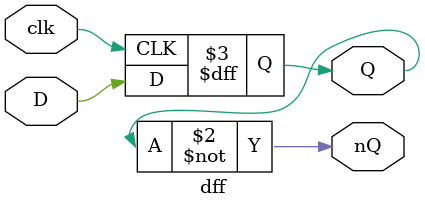
<source format=v>
`timescale 1ns / 1ps


module dff(
input clk,D,
output reg Q,
output nQ
    );
    always @(posedge clk)
    Q<=D;
    assign nQ=~Q;
endmodule

</source>
